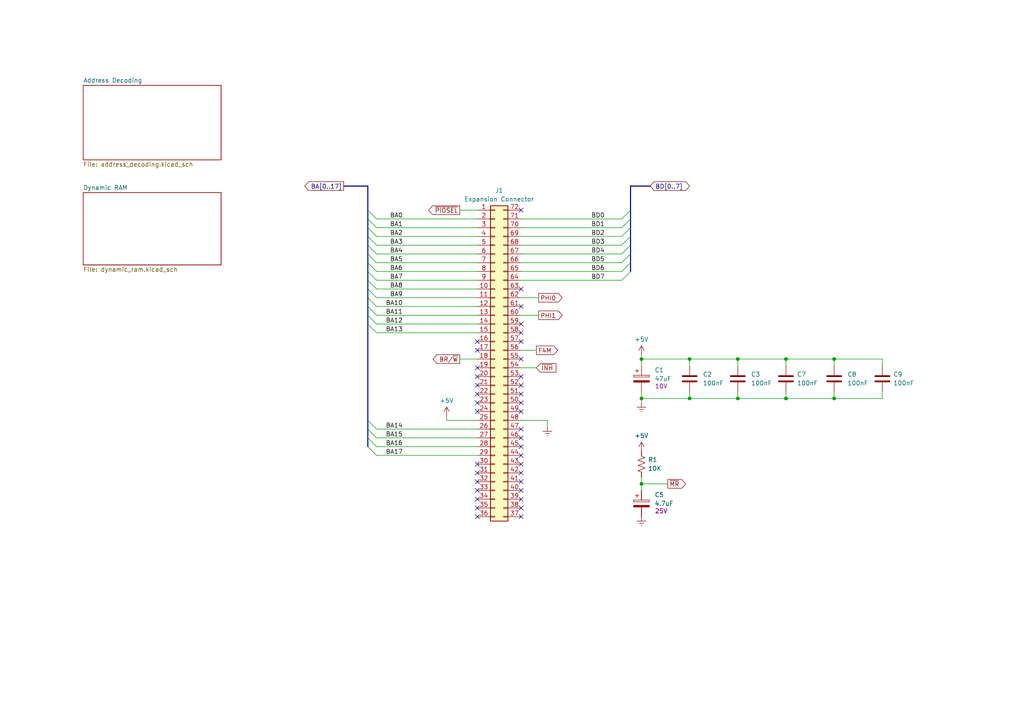
<source format=kicad_sch>
(kicad_sch (version 20230121) (generator eeschema)
  (paper "A4")
  (title_block (title "Dick Smith Cat Emulator Catridge") (comment 1 "Schematic Redrawn by Rhys Weatherley") (comment 3 "Main Page"))
  (lib_symbols
    (symbol "Connector_Generic:Conn_02x36_Counter_Clockwise" (pin_names (offset 1.016) hide)
      (property "Reference" "J" (at 1.27 45.72 0))
      (property "Value" "Conn_02x36_Counter_Clockwise" (at 1.27 -48.26 0))
      (symbol "Conn_02x36_Counter_Clockwise_1_1"
        (rectangle (start -1.27 -45.593) (end 0 -45.847) (stroke (width 0.1524)))
        (rectangle (start -1.27 -43.053) (end 0 -43.307) (stroke (width 0.1524)))
        (rectangle (start -1.27 -40.513) (end 0 -40.767) (stroke (width 0.1524)))
        (rectangle (start -1.27 -37.973) (end 0 -38.227) (stroke (width 0.1524)))
        (rectangle (start -1.27 -35.433) (end 0 -35.687) (stroke (width 0.1524)))
        (rectangle (start -1.27 -32.893) (end 0 -33.147) (stroke (width 0.1524)))
        (rectangle (start -1.27 -30.353) (end 0 -30.607) (stroke (width 0.1524)))
        (rectangle (start -1.27 -27.813) (end 0 -28.067) (stroke (width 0.1524)))
        (rectangle (start -1.27 -25.273) (end 0 -25.527) (stroke (width 0.1524)))
        (rectangle (start -1.27 -22.733) (end 0 -22.987) (stroke (width 0.1524)))
        (rectangle (start -1.27 -20.193) (end 0 -20.447) (stroke (width 0.1524)))
        (rectangle (start -1.27 -17.653) (end 0 -17.907) (stroke (width 0.1524)))
        (rectangle (start -1.27 -15.113) (end 0 -15.367) (stroke (width 0.1524)))
        (rectangle (start -1.27 -12.573) (end 0 -12.827) (stroke (width 0.1524)))
        (rectangle (start -1.27 -10.033) (end 0 -10.287) (stroke (width 0.1524)))
        (rectangle (start -1.27 -7.493) (end 0 -7.747) (stroke (width 0.1524)))
        (rectangle (start -1.27 -4.953) (end 0 -5.207) (stroke (width 0.1524)))
        (rectangle (start -1.27 -2.413) (end 0 -2.667) (stroke (width 0.1524)))
        (rectangle (start -1.27 0.127) (end 0 -0.127) (stroke (width 0.1524)))
        (rectangle (start -1.27 2.667) (end 0 2.413) (stroke (width 0.1524)))
        (rectangle (start -1.27 5.207) (end 0 4.953) (stroke (width 0.1524)))
        (rectangle (start -1.27 7.747) (end 0 7.493) (stroke (width 0.1524)))
        (rectangle (start -1.27 10.287) (end 0 10.033) (stroke (width 0.1524)))
        (rectangle (start -1.27 12.827) (end 0 12.573) (stroke (width 0.1524)))
        (rectangle (start -1.27 15.367) (end 0 15.113) (stroke (width 0.1524)))
        (rectangle (start -1.27 17.907) (end 0 17.653) (stroke (width 0.1524)))
        (rectangle (start -1.27 20.447) (end 0 20.193) (stroke (width 0.1524)))
        (rectangle (start -1.27 22.987) (end 0 22.733) (stroke (width 0.1524)))
        (rectangle (start -1.27 25.527) (end 0 25.273) (stroke (width 0.1524)))
        (rectangle (start -1.27 28.067) (end 0 27.813) (stroke (width 0.1524)))
        (rectangle (start -1.27 30.607) (end 0 30.353) (stroke (width 0.1524)))
        (rectangle (start -1.27 33.147) (end 0 32.893) (stroke (width 0.1524)))
        (rectangle (start -1.27 35.687) (end 0 35.433) (stroke (width 0.1524)))
        (rectangle (start -1.27 38.227) (end 0 37.973) (stroke (width 0.1524)))
        (rectangle (start -1.27 40.767) (end 0 40.513) (stroke (width 0.1524)))
        (rectangle (start -1.27 43.307) (end 0 43.053) (stroke (width 0.1524)))
        (rectangle (start -1.27 44.45) (end 3.81 -46.99) (stroke (width 0.254)) (fill (type background)))
        (rectangle (start 3.81 -45.593) (end 2.54 -45.847) (stroke (width 0.1524)))
        (rectangle (start 3.81 -43.053) (end 2.54 -43.307) (stroke (width 0.1524)))
        (rectangle (start 3.81 -40.513) (end 2.54 -40.767) (stroke (width 0.1524)))
        (rectangle (start 3.81 -37.973) (end 2.54 -38.227) (stroke (width 0.1524)))
        (rectangle (start 3.81 -35.433) (end 2.54 -35.687) (stroke (width 0.1524)))
        (rectangle (start 3.81 -32.893) (end 2.54 -33.147) (stroke (width 0.1524)))
        (rectangle (start 3.81 -30.353) (end 2.54 -30.607) (stroke (width 0.1524)))
        (rectangle (start 3.81 -27.813) (end 2.54 -28.067) (stroke (width 0.1524)))
        (rectangle (start 3.81 -25.273) (end 2.54 -25.527) (stroke (width 0.1524)))
        (rectangle (start 3.81 -22.733) (end 2.54 -22.987) (stroke (width 0.1524)))
        (rectangle (start 3.81 -20.193) (end 2.54 -20.447) (stroke (width 0.1524)))
        (rectangle (start 3.81 -17.653) (end 2.54 -17.907) (stroke (width 0.1524)))
        (rectangle (start 3.81 -15.113) (end 2.54 -15.367) (stroke (width 0.1524)))
        (rectangle (start 3.81 -12.573) (end 2.54 -12.827) (stroke (width 0.1524)))
        (rectangle (start 3.81 -10.033) (end 2.54 -10.287) (stroke (width 0.1524)))
        (rectangle (start 3.81 -7.493) (end 2.54 -7.747) (stroke (width 0.1524)))
        (rectangle (start 3.81 -4.953) (end 2.54 -5.207) (stroke (width 0.1524)))
        (rectangle (start 3.81 -2.413) (end 2.54 -2.667) (stroke (width 0.1524)))
        (rectangle (start 3.81 0.127) (end 2.54 -0.127) (stroke (width 0.1524)))
        (rectangle (start 3.81 2.667) (end 2.54 2.413) (stroke (width 0.1524)))
        (rectangle (start 3.81 5.207) (end 2.54 4.953) (stroke (width 0.1524)))
        (rectangle (start 3.81 7.747) (end 2.54 7.493) (stroke (width 0.1524)))
        (rectangle (start 3.81 10.287) (end 2.54 10.033) (stroke (width 0.1524)))
        (rectangle (start 3.81 12.827) (end 2.54 12.573) (stroke (width 0.1524)))
        (rectangle (start 3.81 15.367) (end 2.54 15.113) (stroke (width 0.1524)))
        (rectangle (start 3.81 17.907) (end 2.54 17.653) (stroke (width 0.1524)))
        (rectangle (start 3.81 20.447) (end 2.54 20.193) (stroke (width 0.1524)))
        (rectangle (start 3.81 22.987) (end 2.54 22.733) (stroke (width 0.1524)))
        (rectangle (start 3.81 25.527) (end 2.54 25.273) (stroke (width 0.1524)))
        (rectangle (start 3.81 28.067) (end 2.54 27.813) (stroke (width 0.1524)))
        (rectangle (start 3.81 30.607) (end 2.54 30.353) (stroke (width 0.1524)))
        (rectangle (start 3.81 33.147) (end 2.54 32.893) (stroke (width 0.1524)))
        (rectangle (start 3.81 35.687) (end 2.54 35.433) (stroke (width 0.1524)))
        (rectangle (start 3.81 38.227) (end 2.54 37.973) (stroke (width 0.1524)))
        (rectangle (start 3.81 40.767) (end 2.54 40.513) (stroke (width 0.1524)))
        (rectangle (start 3.81 43.307) (end 2.54 43.053) (stroke (width 0.1524)))
        (pin passive line (at -5.08 43.18 0) (length 3.81) (name "Pin_1") (number "1"))
        (pin passive line (at -5.08 20.32 0) (length 3.81) (name "Pin_10") (number "10"))
        (pin passive line (at -5.08 17.78 0) (length 3.81) (name "Pin_11") (number "11"))
        (pin passive line (at -5.08 15.24 0) (length 3.81) (name "Pin_12") (number "12"))
        (pin passive line (at -5.08 12.7 0) (length 3.81) (name "Pin_13") (number "13"))
        (pin passive line (at -5.08 10.16 0) (length 3.81) (name "Pin_14") (number "14"))
        (pin passive line (at -5.08 7.62 0) (length 3.81) (name "Pin_15") (number "15"))
        (pin passive line (at -5.08 5.08 0) (length 3.81) (name "Pin_16") (number "16"))
        (pin passive line (at -5.08 2.54 0) (length 3.81) (name "Pin_17") (number "17"))
        (pin passive line (at -5.08 0 0) (length 3.81) (name "Pin_18") (number "18"))
        (pin passive line (at -5.08 -2.54 0) (length 3.81) (name "Pin_19") (number "19"))
        (pin passive line (at -5.08 40.64 0) (length 3.81) (name "Pin_2") (number "2"))
        (pin passive line (at -5.08 -5.08 0) (length 3.81) (name "Pin_20") (number "20"))
        (pin passive line (at -5.08 -7.62 0) (length 3.81) (name "Pin_21") (number "21"))
        (pin passive line (at -5.08 -10.16 0) (length 3.81) (name "Pin_22") (number "22"))
        (pin passive line (at -5.08 -12.7 0) (length 3.81) (name "Pin_23") (number "23"))
        (pin passive line (at -5.08 -15.24 0) (length 3.81) (name "Pin_24") (number "24"))
        (pin passive line (at -5.08 -17.78 0) (length 3.81) (name "Pin_25") (number "25"))
        (pin passive line (at -5.08 -20.32 0) (length 3.81) (name "Pin_26") (number "26"))
        (pin passive line (at -5.08 -22.86 0) (length 3.81) (name "Pin_27") (number "27"))
        (pin passive line (at -5.08 -25.4 0) (length 3.81) (name "Pin_28") (number "28"))
        (pin passive line (at -5.08 -27.94 0) (length 3.81) (name "Pin_29") (number "29"))
        (pin passive line (at -5.08 38.1 0) (length 3.81) (name "Pin_3") (number "3"))
        (pin passive line (at -5.08 -30.48 0) (length 3.81) (name "Pin_30") (number "30"))
        (pin passive line (at -5.08 -33.02 0) (length 3.81) (name "Pin_31") (number "31"))
        (pin passive line (at -5.08 -35.56 0) (length 3.81) (name "Pin_32") (number "32"))
        (pin passive line (at -5.08 -38.1 0) (length 3.81) (name "Pin_33") (number "33"))
        (pin passive line (at -5.08 -40.64 0) (length 3.81) (name "Pin_34") (number "34"))
        (pin passive line (at -5.08 -43.18 0) (length 3.81) (name "Pin_35") (number "35"))
        (pin passive line (at -5.08 -45.72 0) (length 3.81) (name "Pin_36") (number "36"))
        (pin passive line (at 7.62 -45.72 180) (length 3.81) (name "Pin_37") (number "37"))
        (pin passive line (at 7.62 -43.18 180) (length 3.81) (name "Pin_38") (number "38"))
        (pin passive line (at 7.62 -40.64 180) (length 3.81) (name "Pin_39") (number "39"))
        (pin passive line (at -5.08 35.56 0) (length 3.81) (name "Pin_4") (number "4"))
        (pin passive line (at 7.62 -38.1 180) (length 3.81) (name "Pin_40") (number "40"))
        (pin passive line (at 7.62 -35.56 180) (length 3.81) (name "Pin_41") (number "41"))
        (pin passive line (at 7.62 -33.02 180) (length 3.81) (name "Pin_42") (number "42"))
        (pin passive line (at 7.62 -30.48 180) (length 3.81) (name "Pin_43") (number "43"))
        (pin passive line (at 7.62 -27.94 180) (length 3.81) (name "Pin_44") (number "44"))
        (pin passive line (at 7.62 -25.4 180) (length 3.81) (name "Pin_45") (number "45"))
        (pin passive line (at 7.62 -22.86 180) (length 3.81) (name "Pin_46") (number "46"))
        (pin passive line (at 7.62 -20.32 180) (length 3.81) (name "Pin_47") (number "47"))
        (pin passive line (at 7.62 -17.78 180) (length 3.81) (name "Pin_48") (number "48"))
        (pin passive line (at 7.62 -15.24 180) (length 3.81) (name "Pin_49") (number "49"))
        (pin passive line (at -5.08 33.02 0) (length 3.81) (name "Pin_5") (number "5"))
        (pin passive line (at 7.62 -12.7 180) (length 3.81) (name "Pin_50") (number "50"))
        (pin passive line (at 7.62 -10.16 180) (length 3.81) (name "Pin_51") (number "51"))
        (pin passive line (at 7.62 -7.62 180) (length 3.81) (name "Pin_52") (number "52"))
        (pin passive line (at 7.62 -5.08 180) (length 3.81) (name "Pin_53") (number "53"))
        (pin passive line (at 7.62 -2.54 180) (length 3.81) (name "Pin_54") (number "54"))
        (pin passive line (at 7.62 0 180) (length 3.81) (name "Pin_55") (number "55"))
        (pin passive line (at 7.62 2.54 180) (length 3.81) (name "Pin_56") (number "56"))
        (pin passive line (at 7.62 5.08 180) (length 3.81) (name "Pin_57") (number "57"))
        (pin passive line (at 7.62 7.62 180) (length 3.81) (name "Pin_58") (number "58"))
        (pin passive line (at 7.62 10.16 180) (length 3.81) (name "Pin_59") (number "59"))
        (pin passive line (at -5.08 30.48 0) (length 3.81) (name "Pin_6") (number "6"))
        (pin passive line (at 7.62 12.7 180) (length 3.81) (name "Pin_60") (number "60"))
        (pin passive line (at 7.62 15.24 180) (length 3.81) (name "Pin_61") (number "61"))
        (pin passive line (at 7.62 17.78 180) (length 3.81) (name "Pin_62") (number "62"))
        (pin passive line (at 7.62 20.32 180) (length 3.81) (name "Pin_63") (number "63"))
        (pin passive line (at 7.62 22.86 180) (length 3.81) (name "Pin_64") (number "64"))
        (pin passive line (at 7.62 25.4 180) (length 3.81) (name "Pin_65") (number "65"))
        (pin passive line (at 7.62 27.94 180) (length 3.81) (name "Pin_66") (number "66"))
        (pin passive line (at 7.62 30.48 180) (length 3.81) (name "Pin_67") (number "67"))
        (pin passive line (at 7.62 33.02 180) (length 3.81) (name "Pin_68") (number "68"))
        (pin passive line (at 7.62 35.56 180) (length 3.81) (name "Pin_69") (number "69"))
        (pin passive line (at -5.08 27.94 0) (length 3.81) (name "Pin_7") (number "7"))
        (pin passive line (at 7.62 38.1 180) (length 3.81) (name "Pin_70") (number "70"))
        (pin passive line (at 7.62 40.64 180) (length 3.81) (name "Pin_71") (number "71"))
        (pin passive line (at 7.62 43.18 180) (length 3.81) (name "Pin_72") (number "72"))
        (pin passive line (at -5.08 25.4 0) (length 3.81) (name "Pin_8") (number "8"))
        (pin passive line (at -5.08 22.86 0) (length 3.81) (name "Pin_9") (number "9"))
      )
    )
    (symbol "Device:C" (pin_numbers hide) (pin_names (offset 0.254))
      (property "Reference" "C" (at 0.635 2.54 0))
      (property "Value" "C" (at 0.635 -2.54 0))
      (symbol "C_0_1"
        (polyline (pts (xy -2.032 -0.762) (xy 2.032 -0.762)) (stroke (width 0.508)))
        (polyline (pts (xy -2.032 0.762) (xy 2.032 0.762)) (stroke (width 0.508)))
      )
      (symbol "C_1_1"
        (pin passive line (at 0 3.81 270) (length 2.794) (name "~") (number "1"))
        (pin passive line (at 0 -3.81 90) (length 2.794) (name "~") (number "2"))
      )
    )
    (symbol "Device:C_Polarized" (pin_numbers hide) (pin_names (offset 0.254))
      (property "Reference" "C" (at 0.635 2.54 0))
      (property "Value" "C_Polarized" (at 0.635 -2.54 0))
      (symbol "C_Polarized_0_1"
        (rectangle (start -2.286 0.508) (end 2.286 1.016))
        (polyline (pts (xy -1.778 2.286) (xy -0.762 2.286)))
        (polyline (pts (xy -1.27 2.794) (xy -1.27 1.778)))
        (rectangle (start 2.286 -0.508) (end -2.286 -1.016) (fill (type outline)))
      )
      (symbol "C_Polarized_1_1"
        (pin passive line (at 0 3.81 270) (length 2.794) (name "~") (number "1"))
        (pin passive line (at 0 -3.81 90) (length 2.794) (name "~") (number "2"))
      )
    )
    (symbol "Device:R_US" (pin_numbers hide) (pin_names (offset 0))
      (property "Reference" "R" (at 2.54 0 90))
      (property "Value" "R_US" (at -2.54 0 90))
      (symbol "R_US_0_1"
        (polyline (pts (xy 0 -2.286) (xy 0 -2.54)))
        (polyline (pts (xy 0 2.286) (xy 0 2.54)))
        (polyline (pts (xy 0 -0.762) (xy 1.016 -1.143) (xy 0 -1.524) (xy -1.016 -1.905) (xy 0 -2.286)))
        (polyline (pts (xy 0 0.762) (xy 1.016 0.381) (xy 0 0) (xy -1.016 -0.381) (xy 0 -0.762)))
        (polyline (pts (xy 0 2.286) (xy 1.016 1.905) (xy 0 1.524) (xy -1.016 1.143) (xy 0 0.762)))
      )
      (symbol "R_US_1_1"
        (pin passive line (at 0 3.81 270) (length 1.27) (name "~") (number "1"))
        (pin passive line (at 0 -3.81 90) (length 1.27) (name "~") (number "2"))
      )
    )
    (symbol "power:+5V" (power) (pin_names (offset 0))
      (property "Value" "+5V" (at 0 3.556 0))
      (symbol "+5V_0_1"
        (polyline (pts (xy -0.762 1.27) (xy 0 2.54)))
        (polyline (pts (xy 0 0) (xy 0 2.54)))
        (polyline (pts (xy 0 2.54) (xy 0.762 1.27)))
      )
      (symbol "+5V_1_1"
        (pin power_in line (at 0 0 90) (length 0) hide (name "+5V") (number "1"))
      )
    )
    (symbol "power:Earth" (power) (pin_names (offset 0))
      (symbol "Earth_0_1"
        (polyline (pts (xy -0.635 -1.905) (xy 0.635 -1.905)))
        (polyline (pts (xy -0.127 -2.54) (xy 0.127 -2.54)))
        (polyline (pts (xy 0 -1.27) (xy 0 0)))
        (polyline (pts (xy 1.27 -1.27) (xy -1.27 -1.27)))
      )
      (symbol "Earth_1_1"
        (pin power_in line (at 0 0 270) (length 0) hide (name "Earth") (number "1"))
      )
    )
  )
  (junction (at 241.935 115.57))
  (junction (at 200.025 115.57))
  (junction (at 227.965 115.57))
  (junction (at 213.995 115.57))
  (junction (at 186.055 140.335))
  (junction (at 227.965 104.14))
  (junction (at 186.055 104.14))
  (junction (at 213.995 104.14))
  (junction (at 241.935 104.14))
  (junction (at 186.055 115.57))
  (junction (at 200.025 104.14))
  (no_connect (at 151.13 99.06))
  (no_connect (at 151.13 111.76))
  (no_connect (at 151.13 124.46))
  (no_connect (at 151.13 142.24))
  (no_connect (at 138.43 106.68))
  (no_connect (at 138.43 139.7))
  (no_connect (at 138.43 99.06))
  (no_connect (at 151.13 137.16))
  (no_connect (at 151.13 88.9))
  (no_connect (at 151.13 96.52))
  (no_connect (at 151.13 116.84))
  (no_connect (at 151.13 129.54))
  (no_connect (at 138.43 109.22))
  (no_connect (at 138.43 137.16))
  (no_connect (at 151.13 147.32))
  (no_connect (at 138.43 147.32))
  (no_connect (at 151.13 60.96))
  (no_connect (at 138.43 114.3))
  (no_connect (at 151.13 127))
  (no_connect (at 151.13 93.98))
  (no_connect (at 151.13 149.86))
  (no_connect (at 151.13 109.22))
  (no_connect (at 151.13 119.38))
  (no_connect (at 151.13 132.08))
  (no_connect (at 151.13 104.14))
  (no_connect (at 151.13 114.3))
  (no_connect (at 138.43 144.78))
  (no_connect (at 151.13 139.7))
  (no_connect (at 151.13 83.82))
  (no_connect (at 138.43 119.38))
  (no_connect (at 151.13 144.78))
  (no_connect (at 138.43 101.6))
  (no_connect (at 151.13 134.62))
  (no_connect (at 138.43 111.76))
  (no_connect (at 138.43 116.84))
  (no_connect (at 138.43 134.62))
  (no_connect (at 138.43 149.86))
  (no_connect (at 138.43 142.24))
  (bus_entry (at 109.22 96.52) (size -2.54 -2.54))
  (bus_entry (at 109.22 132.08) (size -2.54 -2.54))
  (bus_entry (at 182.88 76.2) (size -2.54 2.54))
  (bus_entry (at 109.22 81.28) (size -2.54 -2.54))
  (bus_entry (at 109.22 86.36) (size -2.54 -2.54))
  (bus_entry (at 182.88 78.74) (size -2.54 2.54))
  (bus_entry (at 109.22 78.74) (size -2.54 -2.54))
  (bus_entry (at 109.22 93.98) (size -2.54 -2.54))
  (bus_entry (at 182.88 66.04) (size -2.54 2.54))
  (bus_entry (at 109.22 68.58) (size -2.54 -2.54))
  (bus_entry (at 109.22 76.2) (size -2.54 -2.54))
  (bus_entry (at 109.22 124.46) (size -2.54 -2.54))
  (bus_entry (at 109.22 63.5) (size -2.54 -2.54))
  (bus_entry (at 182.88 71.12) (size -2.54 2.54))
  (bus_entry (at 109.22 91.44) (size -2.54 -2.54))
  (bus_entry (at 109.22 83.82) (size -2.54 -2.54))
  (bus_entry (at 182.88 60.96) (size -2.54 2.54))
  (bus_entry (at 109.22 71.12) (size -2.54 -2.54))
  (bus_entry (at 109.22 127) (size -2.54 -2.54))
  (bus_entry (at 109.22 73.66) (size -2.54 -2.54))
  (bus_entry (at 109.22 88.9) (size -2.54 -2.54))
  (bus_entry (at 182.88 73.66) (size -2.54 2.54))
  (bus_entry (at 182.88 68.58) (size -2.54 2.54))
  (bus_entry (at 182.88 63.5) (size -2.54 2.54))
  (bus_entry (at 109.22 66.04) (size -2.54 -2.54))
  (bus_entry (at 109.22 129.54) (size -2.54 -2.54))
  (wire (pts (xy 151.13 73.66) (xy 180.34 73.66)))
  (bus (pts (xy 182.88 68.58) (xy 182.88 66.04)))
  (wire (pts (xy 109.22 83.82) (xy 138.43 83.82)))
  (wire (pts (xy 109.22 129.54) (xy 138.43 129.54)))
  (wire (pts (xy 151.13 101.6) (xy 155.575 101.6)))
  (wire (pts (xy 109.22 132.08) (xy 138.43 132.08)))
  (wire (pts (xy 227.965 113.665) (xy 227.965 115.57)))
  (wire (pts (xy 213.995 115.57) (xy 200.025 115.57)))
  (wire (pts (xy 241.935 115.57) (xy 227.965 115.57)))
  (bus (pts (xy 106.68 76.2) (xy 106.68 78.74)))
  (wire (pts (xy 200.025 115.57) (xy 186.055 115.57)))
  (wire (pts (xy 186.055 113.665) (xy 186.055 115.57)))
  (wire (pts (xy 109.22 73.66) (xy 138.43 73.66)))
  (wire (pts (xy 129.54 121.92) (xy 138.43 121.92)))
  (wire (pts (xy 151.13 66.04) (xy 180.34 66.04)))
  (bus (pts (xy 106.68 124.46) (xy 106.68 127)))
  (wire (pts (xy 109.22 127) (xy 138.43 127)))
  (wire (pts (xy 109.22 66.04) (xy 138.43 66.04)))
  (bus (pts (xy 106.68 83.82) (xy 106.68 86.36)))
  (bus (pts (xy 106.68 93.98) (xy 106.68 121.92)))
  (wire (pts (xy 109.22 93.98) (xy 138.43 93.98)))
  (wire (pts (xy 241.935 113.665) (xy 241.935 115.57)))
  (wire (pts (xy 200.025 113.665) (xy 200.025 115.57)))
  (wire (pts (xy 186.055 140.335) (xy 193.675 140.335)))
  (wire (pts (xy 151.13 106.68) (xy 155.575 106.68)))
  (wire (pts (xy 227.965 104.14) (xy 227.965 106.045)))
  (bus (pts (xy 182.88 63.5) (xy 182.88 60.96)))
  (bus (pts (xy 182.88 78.74) (xy 182.88 76.2)))
  (bus (pts (xy 182.88 53.975) (xy 188.595 53.975)))
  (bus (pts (xy 106.68 121.92) (xy 106.68 124.46)))
  (wire (pts (xy 151.13 63.5) (xy 180.34 63.5)))
  (wire (pts (xy 200.025 104.14) (xy 200.025 106.045)))
  (wire (pts (xy 151.13 76.2) (xy 180.34 76.2)))
  (wire (pts (xy 241.935 104.14) (xy 227.965 104.14)))
  (wire (pts (xy 151.13 78.74) (xy 180.34 78.74)))
  (bus (pts (xy 106.68 71.12) (xy 106.68 73.66)))
  (wire (pts (xy 151.13 91.44) (xy 156.21 91.44)))
  (wire (pts (xy 186.055 115.57) (xy 186.055 116.84)))
  (bus (pts (xy 182.88 66.04) (xy 182.88 63.5)))
  (bus (pts (xy 99.695 53.975) (xy 106.68 53.975)))
  (wire (pts (xy 109.22 71.12) (xy 138.43 71.12)))
  (wire (pts (xy 129.54 120.65) (xy 129.54 121.92)))
  (wire (pts (xy 109.22 76.2) (xy 138.43 76.2)))
  (wire (pts (xy 151.13 81.28) (xy 180.34 81.28)))
  (wire (pts (xy 227.965 104.14) (xy 213.995 104.14)))
  (wire (pts (xy 158.75 121.92) (xy 158.75 123.825)))
  (wire (pts (xy 151.13 86.36) (xy 156.21 86.36)))
  (wire (pts (xy 151.13 68.58) (xy 180.34 68.58)))
  (bus (pts (xy 106.68 86.36) (xy 106.68 88.9)))
  (wire (pts (xy 227.965 115.57) (xy 213.995 115.57)))
  (bus (pts (xy 106.68 78.74) (xy 106.68 81.28)))
  (wire (pts (xy 109.22 124.46) (xy 138.43 124.46)))
  (bus (pts (xy 182.88 73.66) (xy 182.88 71.12)))
  (bus (pts (xy 182.88 76.2) (xy 182.88 73.66)))
  (bus (pts (xy 106.68 68.58) (xy 106.68 71.12)))
  (wire (pts (xy 200.025 104.14) (xy 186.055 104.14)))
  (wire (pts (xy 241.935 106.045) (xy 241.935 104.14)))
  (wire (pts (xy 109.22 81.28) (xy 138.43 81.28)))
  (wire (pts (xy 213.995 104.14) (xy 200.025 104.14)))
  (wire (pts (xy 186.055 140.335) (xy 186.055 142.24)))
  (wire (pts (xy 186.055 138.43) (xy 186.055 140.335)))
  (bus (pts (xy 106.68 88.9) (xy 106.68 91.44)))
  (bus (pts (xy 106.68 127) (xy 106.68 129.54)))
  (wire (pts (xy 109.22 68.58) (xy 138.43 68.58)))
  (wire (pts (xy 133.35 104.14) (xy 138.43 104.14)))
  (wire (pts (xy 186.055 104.14) (xy 186.055 106.045)))
  (wire (pts (xy 255.905 113.665) (xy 255.905 115.57)))
  (wire (pts (xy 109.22 63.5) (xy 138.43 63.5)))
  (bus (pts (xy 106.68 81.28) (xy 106.68 83.82)))
  (wire (pts (xy 109.22 91.44) (xy 138.43 91.44)))
  (wire (pts (xy 255.905 115.57) (xy 241.935 115.57)))
  (bus (pts (xy 106.68 60.96) (xy 106.68 63.5)))
  (wire (pts (xy 109.22 78.74) (xy 138.43 78.74)))
  (bus (pts (xy 106.68 73.66) (xy 106.68 76.2)))
  (bus (pts (xy 106.68 66.04) (xy 106.68 68.58)))
  (bus (pts (xy 106.68 63.5) (xy 106.68 66.04)))
  (wire (pts (xy 109.22 88.9) (xy 138.43 88.9)))
  (wire (pts (xy 255.905 106.045) (xy 255.905 104.14)))
  (bus (pts (xy 106.68 91.44) (xy 106.68 93.98)))
  (wire (pts (xy 213.995 113.665) (xy 213.995 115.57)))
  (wire (pts (xy 186.055 102.87) (xy 186.055 104.14)))
  (wire (pts (xy 213.995 104.14) (xy 213.995 106.045)))
  (wire (pts (xy 109.22 86.36) (xy 138.43 86.36)))
  (bus (pts (xy 106.68 53.975) (xy 106.68 60.96)))
  (wire (pts (xy 133.35 60.96) (xy 138.43 60.96)))
  (wire (pts (xy 151.13 71.12) (xy 180.34 71.12)))
  (bus (pts (xy 182.88 60.96) (xy 182.88 53.975)))
  (bus (pts (xy 182.88 71.12) (xy 182.88 68.58)))
  (wire (pts (xy 255.905 104.14) (xy 241.935 104.14)))
  (wire (pts (xy 109.22 96.52) (xy 138.43 96.52)))
  (wire (pts (xy 151.13 121.92) (xy 158.75 121.92)))
  (label "BD2" (at 171.45 68.58 0))
  (label "BA17" (at 116.84 132.08 180))
  (label "BA15" (at 116.84 127 180))
  (label "BD6" (at 171.45 78.74 0))
  (label "BA13" (at 116.84 96.52 180))
  (label "BD3" (at 171.45 71.12 0))
  (label "BD5" (at 171.45 76.2 0))
  (label "BA10" (at 116.84 88.9 180))
  (label "BA4" (at 116.84 73.66 180))
  (label "BA1" (at 116.84 66.04 180))
  (label "BA0" (at 116.84 63.5 180))
  (label "BA11" (at 116.84 91.44 180))
  (label "BA12" (at 116.84 93.98 180))
  (label "BD4" (at 171.45 73.66 0))
  (label "BA7" (at 116.84 81.28 180))
  (label "BA6" (at 116.84 78.74 180))
  (label "BD7" (at 171.45 81.28 0))
  (label "BA9" (at 116.84 86.36 180))
  (label "BA3" (at 116.84 71.12 180))
  (label "BD1" (at 171.45 66.04 0))
  (label "BD0" (at 171.45 63.5 0))
  (label "BA16" (at 116.84 129.54 180))
  (label "BA8" (at 116.84 83.82 180))
  (label "BA2" (at 116.84 68.58 180))
  (label "BA5" (at 116.84 76.2 180))
  (label "BA14" (at 116.84 124.46 180))
  (global_label "~{PIOSEL}" (shape output) (at 133.35 60.96 180) (property "Intersheetrefs" "${INTERSHEET_REFS}" (effects hide)))
  (global_label "PHI0" (shape output) (at 156.21 86.36 0) (property "Intersheetrefs" "${INTERSHEET_REFS}" (effects hide)))
  (global_label "BD[0..7]" (shape bidirectional) (at 188.595 53.975 0) (property "Intersheetrefs" "${INTERSHEET_REFS}" (effects hide)))
  (global_label "BR{slash}~{W}" (shape output) (at 133.35 104.14 180) (property "Intersheetrefs" "${INTERSHEET_REFS}" (effects hide)))
  (global_label "BA[0..17]" (shape output) (at 99.695 53.975 180) (property "Intersheetrefs" "${INTERSHEET_REFS}" (effects hide)))
  (global_label "~{INH}" (shape input) (at 155.575 106.68 0) (property "Intersheetrefs" "${INTERSHEET_REFS}" (effects hide)))
  (global_label "PHI1" (shape output) (at 156.21 91.44 0) (property "Intersheetrefs" "${INTERSHEET_REFS}" (effects hide)))
  (global_label "~{MR}" (shape output) (at 193.675 140.335 0) (property "Intersheetrefs" "${INTERSHEET_REFS}" (effects hide)))
  (global_label "F4M" (shape output) (at 155.575 101.6 0) (property "Intersheetrefs" "${INTERSHEET_REFS}" (effects hide)))
  (symbol (lib_id "power:Earth") (at 186.055 149.86 0) (unit 1)
    (property "Reference" "#PWR016" (effects hide))
    (property "Value" "Earth" (effects hide))
  )
  (symbol (lib_id "Device:C") (at 255.905 109.855 0) (unit 1)
    (property "Reference" "C9" (at 259.08 108.585 0) (effects (justify left)))
    (property "Value" "100nF" (at 259.08 111.125 0) (effects (justify left)))
    (property "Footprint" "Capacitor_THT:C_Disc_D5.0mm_W2.5mm_P5.00mm" (effects hide))
  )
  (symbol (lib_id "power:+5V") (at 186.055 130.81 0) (unit 1)
    (property "Reference" "#PWR017" (effects hide))
    (property "Value" "+5V" (at 186.055 126.365 0))
  )
  (symbol (lib_id "power:+5V") (at 186.055 102.87 0) (unit 1)
    (property "Reference" "#PWR01" (effects hide))
    (property "Value" "+5V" (at 186.055 98.425 0))
  )
  (symbol (lib_id "Device:C") (at 200.025 109.855 0) (unit 1)
    (property "Reference" "C2" (at 203.835 108.585 0) (effects (justify left)))
    (property "Value" "100nF" (at 203.835 111.125 0) (effects (justify left)))
    (property "Footprint" "Capacitor_THT:C_Disc_D5.0mm_W2.5mm_P5.00mm" (effects hide))
  )
  (symbol (lib_id "Device:C") (at 241.935 109.855 0) (unit 1)
    (property "Reference" "C8" (at 245.745 108.585 0) (effects (justify left)))
    (property "Value" "100nF" (at 245.745 111.125 0) (effects (justify left)))
    (property "Footprint" "Capacitor_THT:C_Disc_D5.0mm_W2.5mm_P5.00mm" (effects hide))
  )
  (symbol (lib_id "Device:C") (at 213.995 109.855 0) (unit 1)
    (property "Reference" "C3" (at 217.805 108.585 0) (effects (justify left)))
    (property "Value" "100nF" (at 217.805 111.125 0) (effects (justify left)))
    (property "Footprint" "Capacitor_THT:C_Disc_D5.0mm_W2.5mm_P5.00mm" (effects hide))
  )
  (symbol (lib_id "Device:C") (at 227.965 109.855 0) (unit 1)
    (property "Reference" "C7" (at 231.14 108.585 0) (effects (justify left)))
    (property "Value" "100nF" (at 231.14 111.125 0) (effects (justify left)))
    (property "Footprint" "Capacitor_THT:C_Disc_D5.0mm_W2.5mm_P5.00mm" (effects hide))
  )
  (symbol (lib_id "Connector_Generic:Conn_02x36_Counter_Clockwise") (at 143.51 104.14 0) (unit 1)
    (property "Reference" "J1" (at 144.78 55.245 0))
    (property "Value" "Expansion Connector" (at 144.78 57.785 0))
    (property "Footprint" "Connector_PinHeader_2.54mm:PinHeader_2x36_P2.54mm_Vertical" (effects hide))
  )
  (symbol (lib_id "power:Earth") (at 186.055 116.84 0) (unit 1)
    (property "Reference" "#PWR03" (effects hide))
    (property "Value" "Earth" (effects hide))
  )
  (symbol (lib_id "Device:R_US") (at 186.055 134.62 0) (unit 1)
    (property "Reference" "R1" (at 187.96 133.35 0) (effects (justify left)))
    (property "Value" "10K" (at 187.96 135.89 0) (effects (justify left)))
    (property "Footprint" "Resistor_THT:R_Axial_DIN0207_L6.3mm_D2.5mm_P7.62mm_Horizontal" (effects hide))
  )
  (symbol (lib_id "power:Earth") (at 158.75 123.825 0) (unit 1)
    (property "Reference" "#PWR05" (effects hide))
    (property "Value" "Earth" (effects hide))
  )
  (symbol (lib_id "Device:C_Polarized") (at 186.055 109.855 0) (unit 1)
    (property "Reference" "C1" (at 189.865 107.315 0) (effects (justify left)))
    (property "Value" "47uF" (at 189.865 109.855 0) (effects (justify left)))
    (property "Footprint" "Capacitor_THT:CP_Radial_D6.3mm_P2.50mm" (effects hide))
    (property "Rating" "10V" (at 191.77 112.014 0))
  )
  (symbol (lib_id "power:+5V") (at 129.54 120.65 0) (unit 1)
    (property "Reference" "#PWR02" (effects hide))
    (property "Value" "+5V" (at 129.54 116.205 0))
  )
  (symbol (lib_id "Device:C_Polarized") (at 186.055 146.05 0) (unit 1)
    (property "Reference" "C5" (at 189.865 143.51 0) (effects (justify left)))
    (property "Value" "4.7uF" (at 189.865 146.05 0) (effects (justify left)))
    (property "Footprint" "Capacitor_THT:CP_Radial_D6.3mm_P2.50mm" (effects hide))
    (property "Rating" "25V" (at 191.77 148.209 0))
  )
  (sheet (at 24.13 24.765) (size 40.005 21.59) (stroke (width 0.1524))
    (property "Sheetname" "Address Decoding" (at 24.13 24.0534 0) (effects (justify left bottom)))
    (property "Sheetfile" "address_decoding.kicad_sch" (at 24.13 46.9396 0) (effects (justify left top)))
  )
  (sheet (at 24.13 55.88) (size 40.005 20.955) (stroke (width 0.1524))
    (property "Sheetname" "Dynamic RAM" (at 24.13 55.1684 0) (effects (justify left bottom)))
    (property "Sheetfile" "dynamic_ram.kicad_sch" (at 24.13 77.4196 0) (effects (justify left top)))
  )
)
</source>
